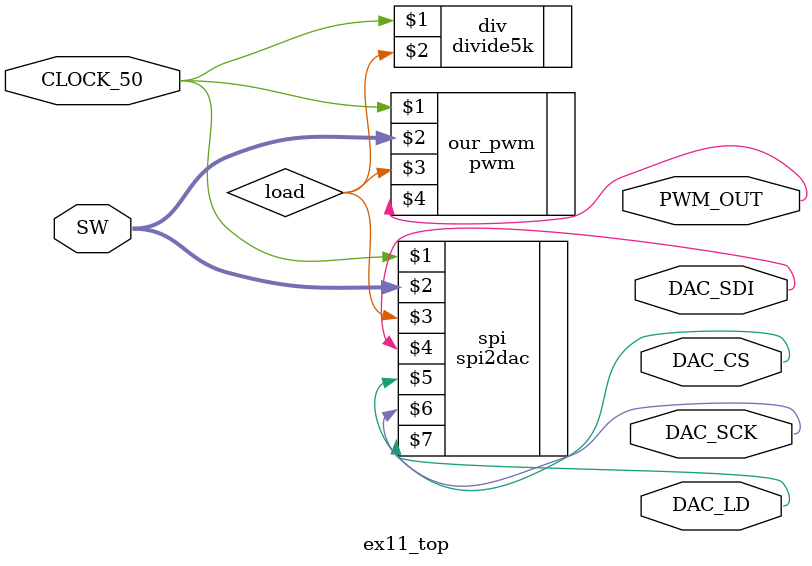
<source format=v>
module ex11_top(SW, CLOCK_50, PWM_OUT, DAC_CS, DAC_SDI, DAC_LD, DAC_SCK);
	input [9:0] SW;
	input CLOCK_50;
	output PWM_OUT;
	output DAC_CS, DAC_SDI, DAC_LD, DAC_SCK;
	
	wire load;
	
	divide5k div(CLOCK_50, load);
	
	spi2dac spi(CLOCK_50, SW, load, DAC_SDI, DAC_CS , DAC_SCK, DAC_LD);
	pwm our_pwm(CLOCK_50, SW, load, PWM_OUT);
	
endmodule

</source>
